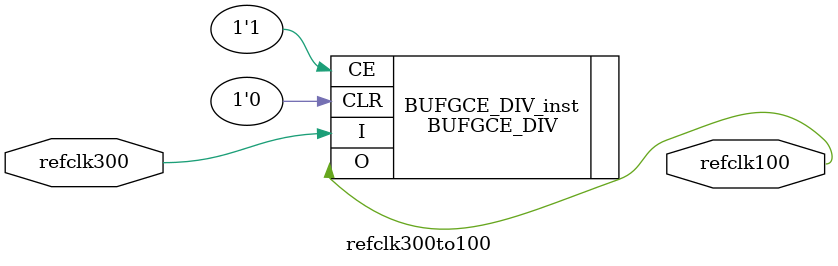
<source format=v>

`timescale 1ns / 1ps

module refclk300to100 (
(* X_INTERFACE_INFO = "xilinx.com:signal:clock:1.0 refclk300 CLK" *)
(* X_INTERFACE_PARAMETER = "FREQ_HZ 300000000" *)
input refclk300,
(* X_INTERFACE_INFO = "xilinx.com:signal:clock:1.0 refclk100 CLK" *)
(* X_INTERFACE_PARAMETER = "FREQ_HZ 100000000" *)
output refclk100
  );
       BUFGCE_DIV #(
          .BUFGCE_DIVIDE(3)
       )
       BUFGCE_DIV_inst (
          .O(refclk100),
          .CE(1'b1),
          .CLR(1'b0),
          .I(refclk300)
       );
endmodule

</source>
